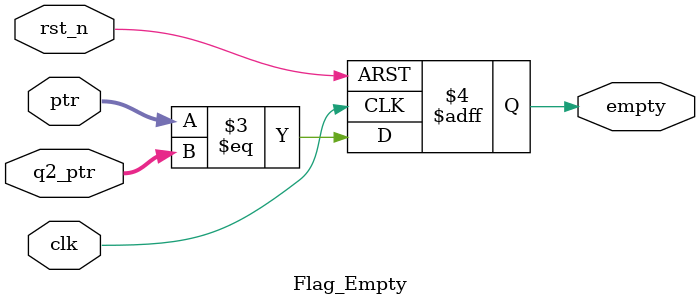
<source format=v>
`timescale 1ns / 1ps


module Flag_Empty #(parameter addrsize = 8)(
    empty,
    clk,
    rst_n,
    ptr,
    q2_ptr
    );
    
    output empty;
    input clk;
    input rst_n;
    input [addrsize:0]ptr;
    input [addrsize:0]q2_ptr;
    
    always@(posedge clk or negedge rst_n)
    begin
        if(!rst_n)
        begin
            empty <= 1'b1;
        end
        
        else
        begin
            empty <= (ptr == q2_ptr);
        end
    end
endmodule

</source>
